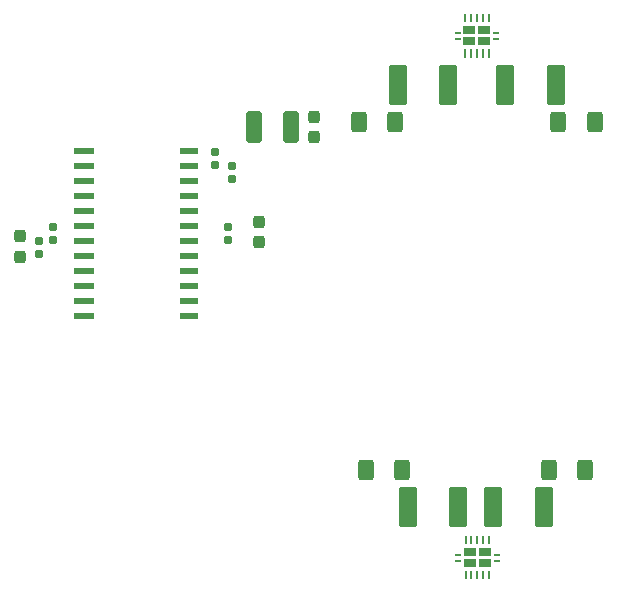
<source format=gbr>
%TF.GenerationSoftware,KiCad,Pcbnew,(6.0.10-0)*%
%TF.CreationDate,2023-03-03T14:43:48-05:00*%
%TF.ProjectId,shield,73686965-6c64-42e6-9b69-6361645f7063,rev?*%
%TF.SameCoordinates,Original*%
%TF.FileFunction,Paste,Top*%
%TF.FilePolarity,Positive*%
%FSLAX46Y46*%
G04 Gerber Fmt 4.6, Leading zero omitted, Abs format (unit mm)*
G04 Created by KiCad (PCBNEW (6.0.10-0)) date 2023-03-03 14:43:48*
%MOMM*%
%LPD*%
G01*
G04 APERTURE LIST*
G04 Aperture macros list*
%AMRoundRect*
0 Rectangle with rounded corners*
0 $1 Rounding radius*
0 $2 $3 $4 $5 $6 $7 $8 $9 X,Y pos of 4 corners*
0 Add a 4 corners polygon primitive as box body*
4,1,4,$2,$3,$4,$5,$6,$7,$8,$9,$2,$3,0*
0 Add four circle primitives for the rounded corners*
1,1,$1+$1,$2,$3*
1,1,$1+$1,$4,$5*
1,1,$1+$1,$6,$7*
1,1,$1+$1,$8,$9*
0 Add four rect primitives between the rounded corners*
20,1,$1+$1,$2,$3,$4,$5,0*
20,1,$1+$1,$4,$5,$6,$7,0*
20,1,$1+$1,$6,$7,$8,$9,0*
20,1,$1+$1,$8,$9,$2,$3,0*%
G04 Aperture macros list end*
%ADD10R,1.600000X0.500000*%
%ADD11R,1.600000X0.515000*%
%ADD12R,1.750000X0.500000*%
%ADD13RoundRect,0.250000X0.400000X0.625000X-0.400000X0.625000X-0.400000X-0.625000X0.400000X-0.625000X0*%
%ADD14R,0.500000X0.260000*%
%ADD15R,1.050000X0.680000*%
%ADD16O,0.230000X0.800000*%
%ADD17R,0.230000X0.230000*%
%ADD18RoundRect,0.155000X0.155000X-0.212500X0.155000X0.212500X-0.155000X0.212500X-0.155000X-0.212500X0*%
%ADD19RoundRect,0.250000X0.537500X1.450000X-0.537500X1.450000X-0.537500X-1.450000X0.537500X-1.450000X0*%
%ADD20RoundRect,0.155000X-0.155000X0.212500X-0.155000X-0.212500X0.155000X-0.212500X0.155000X0.212500X0*%
%ADD21RoundRect,0.250000X-0.537500X-1.450000X0.537500X-1.450000X0.537500X1.450000X-0.537500X1.450000X0*%
%ADD22RoundRect,0.250000X-0.412500X-1.100000X0.412500X-1.100000X0.412500X1.100000X-0.412500X1.100000X0*%
%ADD23RoundRect,0.237500X0.237500X-0.300000X0.237500X0.300000X-0.237500X0.300000X-0.237500X-0.300000X0*%
%ADD24RoundRect,0.237500X-0.237500X0.300000X-0.237500X-0.300000X0.237500X-0.300000X0.237500X0.300000X0*%
%ADD25RoundRect,0.250000X-0.400000X-0.625000X0.400000X-0.625000X0.400000X0.625000X-0.400000X0.625000X0*%
G04 APERTURE END LIST*
D10*
%TO.C,U5*%
X115450000Y-82015000D03*
X115450000Y-83285000D03*
X115450000Y-84555000D03*
X115450000Y-85825000D03*
X115450000Y-87095000D03*
X115450000Y-88365000D03*
X115450000Y-89635000D03*
X115450000Y-90905000D03*
X115450000Y-92175000D03*
X115450000Y-93445000D03*
X115450000Y-94715000D03*
D11*
X115450000Y-95992500D03*
D12*
X106625000Y-96000000D03*
X106625000Y-94730000D03*
X106625000Y-93460000D03*
X106625000Y-92190000D03*
X106625000Y-90920000D03*
X106625000Y-89650000D03*
X106625000Y-88380000D03*
X106625000Y-87110000D03*
X106625000Y-85840000D03*
X106625000Y-84570000D03*
X106625000Y-83300000D03*
X106625000Y-82030000D03*
%TD*%
D13*
%TO.C,R22*%
X132950000Y-79600000D03*
X129850000Y-79600000D03*
%TD*%
D14*
%TO.C,U4*%
X138270000Y-116200000D03*
X141530000Y-116200000D03*
D15*
X139265000Y-116000000D03*
D14*
X138270000Y-116700000D03*
D15*
X140535000Y-116900000D03*
D14*
X141530000Y-116700000D03*
D15*
X139265000Y-116900000D03*
X140535000Y-116000000D03*
D16*
X138900000Y-114975000D03*
D17*
X138900000Y-114690000D03*
X139400000Y-114690000D03*
D16*
X139400000Y-114975000D03*
X139900000Y-114975000D03*
D17*
X139900000Y-114690000D03*
D16*
X140400000Y-114975000D03*
D17*
X140400000Y-114690000D03*
X140900000Y-114690000D03*
D16*
X140900000Y-114975000D03*
X140900000Y-117925000D03*
D17*
X140900000Y-118210000D03*
D16*
X140400000Y-117925000D03*
D17*
X140400000Y-118210000D03*
X139900000Y-118210000D03*
D16*
X139900000Y-117925000D03*
X139400000Y-117925000D03*
D17*
X139400000Y-118210000D03*
D16*
X138900000Y-117925000D03*
D17*
X138900000Y-118210000D03*
%TD*%
D18*
%TO.C,C18*%
X118750000Y-89567500D03*
X118750000Y-88432500D03*
%TD*%
D19*
%TO.C,C8*%
X137437500Y-76400000D03*
X133162500Y-76400000D03*
%TD*%
%TO.C,C10*%
X138287500Y-112200000D03*
X134012500Y-112200000D03*
%TD*%
D20*
%TO.C,C16*%
X119150000Y-83282500D03*
X119150000Y-84417500D03*
%TD*%
D21*
%TO.C,C7*%
X142262500Y-76400000D03*
X146537500Y-76400000D03*
%TD*%
%TO.C,C9*%
X141262500Y-112200000D03*
X145537500Y-112200000D03*
%TD*%
D22*
%TO.C,C13*%
X120987500Y-79950000D03*
X124112500Y-79950000D03*
%TD*%
D13*
%TO.C,R24*%
X133550000Y-109000000D03*
X130450000Y-109000000D03*
%TD*%
D20*
%TO.C,C19*%
X103950000Y-88432500D03*
X103950000Y-89567500D03*
%TD*%
D23*
%TO.C,C15*%
X126050000Y-80862500D03*
X126050000Y-79137500D03*
%TD*%
D20*
%TO.C,C14*%
X117700000Y-82082500D03*
X117700000Y-83217500D03*
%TD*%
%TO.C,C21*%
X102800000Y-89632500D03*
X102800000Y-90767500D03*
%TD*%
D16*
%TO.C,U3*%
X140856250Y-70783750D03*
D17*
X140856250Y-70498750D03*
D16*
X140356250Y-70783750D03*
D17*
X140356250Y-70498750D03*
X139856250Y-70498750D03*
D16*
X139856250Y-70783750D03*
D17*
X139356250Y-70498750D03*
D16*
X139356250Y-70783750D03*
D17*
X138856250Y-70498750D03*
D16*
X138856250Y-70783750D03*
D17*
X138856250Y-74018750D03*
D16*
X138856250Y-73733750D03*
X139356250Y-73733750D03*
D17*
X139356250Y-74018750D03*
D16*
X139856250Y-73733750D03*
D17*
X139856250Y-74018750D03*
X140356250Y-74018750D03*
D16*
X140356250Y-73733750D03*
D17*
X140856250Y-74018750D03*
D16*
X140856250Y-73733750D03*
D15*
X140491250Y-71808750D03*
X139221250Y-72708750D03*
X139221250Y-71808750D03*
D14*
X141486250Y-72508750D03*
X138226250Y-72508750D03*
X141486250Y-72008750D03*
D15*
X140491250Y-72708750D03*
D14*
X138226250Y-72008750D03*
%TD*%
D24*
%TO.C,C17*%
X121450000Y-88037500D03*
X121450000Y-89762500D03*
%TD*%
D23*
%TO.C,C20*%
X101200000Y-90962500D03*
X101200000Y-89237500D03*
%TD*%
D25*
%TO.C,R23*%
X145950000Y-109000000D03*
X149050000Y-109000000D03*
%TD*%
%TO.C,R21*%
X146750000Y-79600000D03*
X149850000Y-79600000D03*
%TD*%
M02*

</source>
